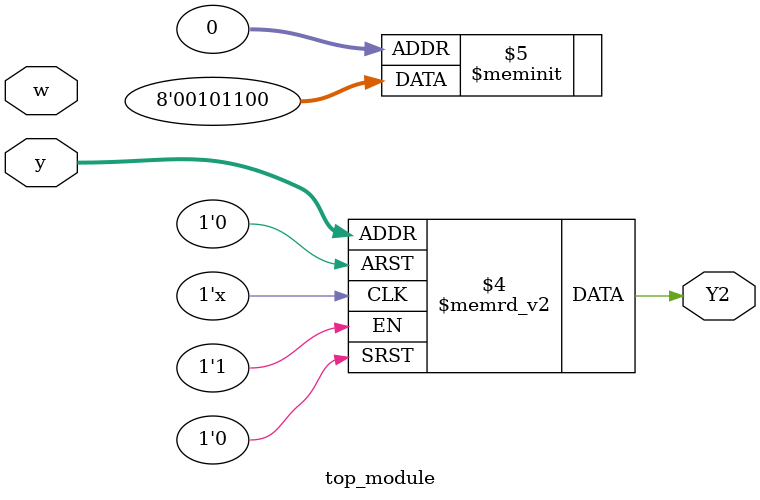
<source format=sv>
module top_module(
	input [2:0] y,
	input w,
	output reg Y2);

	always @(*) begin
		case (y)
			4'h0: Y2 = 0;
			4'h1: Y2 = 0;
			4'h2: Y2 = 1;
			4'h3: Y2 = 1;
			4'h4: Y2 = 0;
			4'h5: Y2 = 1;
			4'h6: Y2 = 0;
			4'h7: Y2 = 0;
			default: Y2 = 0; // Default case to handle unexpected inputs
		endcase
	end

endmodule

</source>
